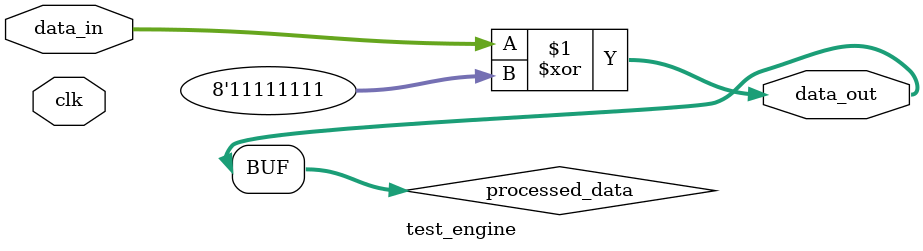
<source format=v>

module test_engine (
    input clk,
    input [7:0] data_in,
    output [7:0] data_out
);
    wire [7:0] processed_data;
    assign processed_data = data_in ^ 8'hFF;
    assign data_out = processed_data;
endmodule

</source>
